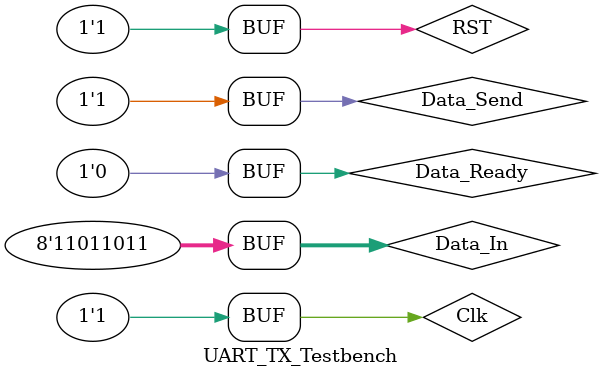
<source format=sv>



module UART_TX_Testbench();
    reg RST, Clk, Data_Send, Data_Ready;
    reg [7:0] Data_In;
    wire Serial_Out, UBusy;
    wire SReg, DReg, State_Reg, Count_Reg, CFlag;

    assign SReg = uut.D1.T1.SReg;
    assign State_Reg = uut.C1.State_Reg;
    assign DReg = uut.D1.D1.DReg;
    assign Count_Reg = uut.D1.C1.Count_Reg;
    assign CFlag = uut.D1.C1.CFlag;

    UART_TX uut(
        .Data_In(Data_In), .RST(RST), .Clk(Clk), .Data_Send(Data_Send), .Data_Ready(Data_Ready),
        .Serial_Out(Serial_Out), .UBusy(UBusy)
    );

    always begin
        Clk = 0;
        #10;
        Clk = 1;
        #10;
    end

    initial begin
        Data_In = 8'b1101_1011;
        RST = 0;
        #10;
        RST = 1;

        Data_Send = 0;
        Data_Ready = 1;
        #20;
        Data_Send = 1;
        Data_Ready = 0;
    end
endmodule
</source>
